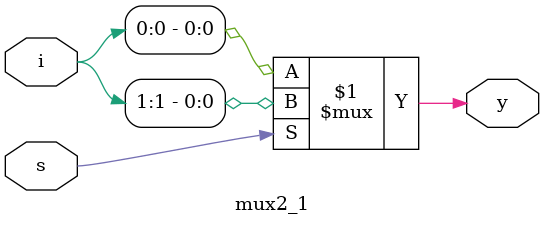
<source format=v>
module mux2_1(i,s,y);
  input [1:0]i;
  input s;
  output y;
  assign y=(s)?i[1]:i[0];
endmodule 

</source>
